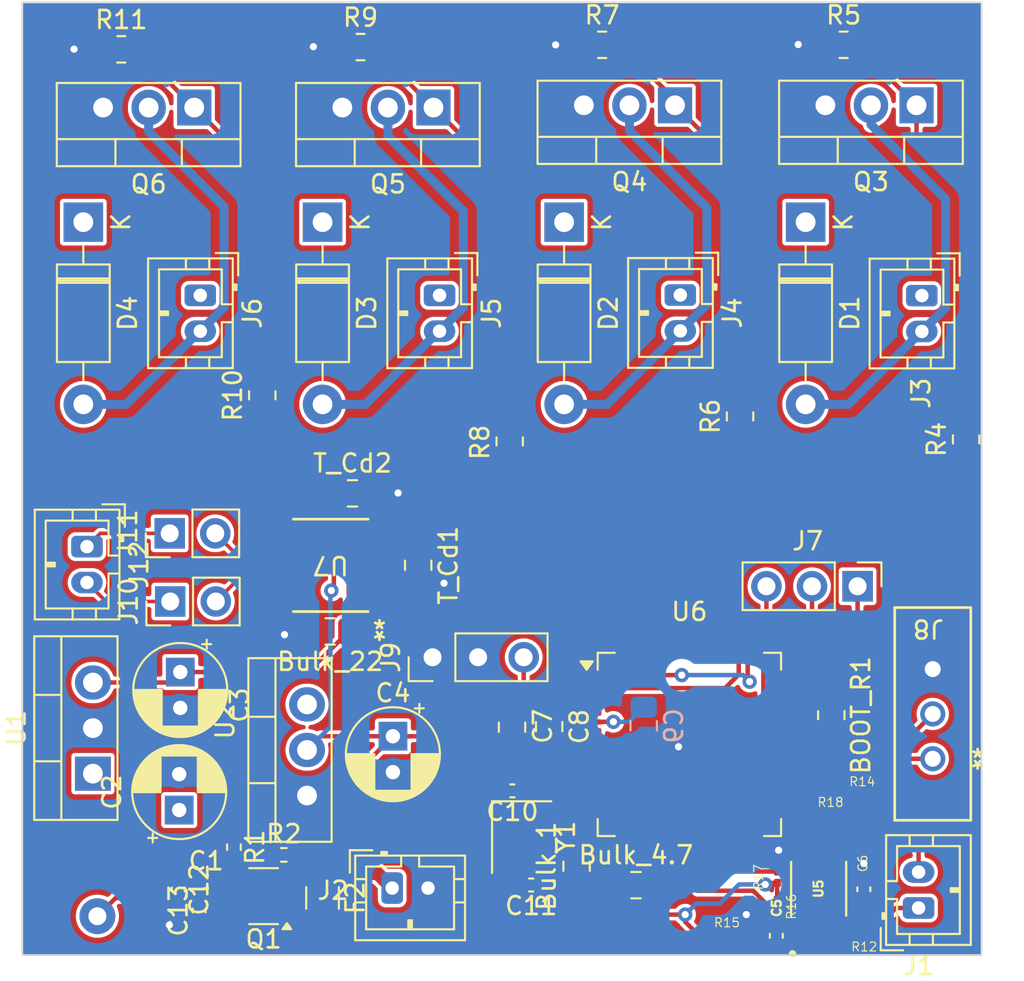
<source format=kicad_pcb>
(kicad_pcb (version 20241229) (generator "pcbnew") (generator_version "9.0")
  (layers (0 "F.Cu" signal) (4 "In1.Cu" signal) (6 "In2.Cu" signal) (2 "B.Cu" signal) (13 "F.Paste" user) (15 "B.Paste" user) (5 "F.SilkS" user "F.Silkscreen") (7 "B.SilkS" user "B.Silkscreen") (1 "F.Mask" user) (3 "B.Mask" user) (25 "Edge.Cuts" user))
  (net 0 "")
  (net 1 "GND")
  (net 2 "SLN1-")
  (net 3 "SLN2-")
  (net 4 "SLN3-")
  (net 5 "SLN4-")
  (net 6 "Net-(J8-Pin_2)")
  (net 7 "SDA")
  (net 8 "SCL")
  (net 9 "Net-(Q3-G)")
  (net 10 "Net-(Q4-G)")
  (net 11 "Net-(Q5-G)")
  (net 12 "Net-(Q6-G)")
  (net 13 "12V")
  (net 14 "S1CTRL")
  (net 15 "S2CTRL")
  (net 16 "S3CTRL")
  (net 17 "S4CTRL")
  (net 18 "RCC_OSC_IN")
  (net 21 "RCC_OSC_OUT")
  (net 26 "SCL_ext")
  (net 27 "SDA_ext")
  (net 28 "Net-(U5-EN)")
  (net 29 "Net-(U5-READY)")
  (net 30 "/SWCLK")
  (net 31 "VBAT")
  (net 32 "+12V_fuse")
  (net 33 "/SWDIO")
  (net 34 "/NRST")
  (net 53 "FDCAN_TX")
  (net 62 "USART1+")
  (net 64 "FDCAN_RX")
  (net 77 "USART1-")
  (net 78 "5V")
  (net 79 "CAN+")
  (net 80 "CAN-")
  (net 81 "3.3V")
  (net 82 "Net-(Q1-G)")
  (net 83 "Net-(Q1-S)")
  (footprint "Capacitor_SMD:C_0805_2012Metric_Pad1.18x1.45mm_HandSolder" (layer "F.Cu") (at 176.18 89.53 90)
    (property "Reference" "Bulk_1")
    (property "Value" "1uF")
  )
  (footprint "Crystal:Crystal_SMD_3225-4Pin_3.2x2.5mm" (layer "F.Cu") (at 173.1175 87.91 -90)
    (property "Reference" "Y1")
    (property "Value" "16Mhz")
  )
  (footprint "Connector_PinHeader_2.54mm:PinHeader_1x02_P2.54mm_Vertical" (layer "F.Cu") (at 153.5 70.97 90)
    (property "Reference" "J11")
    (property "Value" "Conn_01x02")
  )
  (footprint "Capacitor_SMD:C_0402_1005Metric" (layer "F.Cu") (at 155.14 92 90)
    (property "Reference" "C13")
    (property "Value" "4.7u")
  )
  (footprint "Package_QFP:LQFP-64_10x10mm_P0.5mm" (layer "F.Cu") (at 182.465 82.74)
    (property "Reference" "U6")
    (property "Value" "STM32G0B1RETx")
  )
  (footprint "Connector_JST:JST_PH_B2B-PH-K_1x02_P2.00mm_Vertical" (layer "F.Cu") (at 155.205 57.696 -90)
    (property "Reference" "J6")
    (property "Value" "2X1")
  )
  (footprint "Package_TO_SOT_THT:TO-220-3_Vertical" (layer "F.Cu") (at 149.22 84.37 90)
    (property "Reference" "U1")
    (property "Value" "L7805")
  )
  (footprint "Package_TO_SOT_THT:TO-220-3_Vertical" (layer "F.Cu") (at 154.867 47.226 180)
    (property "Reference" "Q6")
    (property "Value" "FQP30N06L")
  )
  (footprint "Capacitor_SMD:C_0201_0603Metric" (layer "F.Cu") (at 187.36 91.725 90)
    (property "Reference" "R16")
    (property "Value" "10k")
  )
  (footprint "Connector_JST:JST_PH_B2B-PH-K_1x02_P2.00mm_Vertical" (layer "F.Cu") (at 195.422 57.712 -90)
    (property "Reference" "J3")
    (property "Value" "2X1")
  )
  (footprint "Resistor_SMD:R_0805_2012Metric_Pad1.20x1.40mm_HandSolder" (layer "F.Cu") (at 164.138 43.853)
    (property "Reference" "R9")
    (property "Value" "10k")
  )
  (footprint "Capacitor_SMD:C_0402_1005Metric" (layer "F.Cu") (at 155.53 90.4)
    (property "Reference" "C1")
    (property "Value" "4.7u")
  )
  (footprint "Diode_THT:D_DO-41_SOD81_P10.16mm_Horizontal" (layer "F.Cu") (at 148.686 53.616 -90)
    (property "Reference" "D4")
    (property "Value" "1N47xxA")
  )
  (footprint "Capacitor_SMD:C_0805_2012Metric_Pad1.18x1.45mm_HandSolder" (layer "F.Cu") (at 162.4413 76.44 180)
    (property "Reference" "Bulk_22")
    (property "Value" "22uF")
  )
  (footprint "Capacitor_SMD:C_0805_2012Metric_Pad1.18x1.45mm_HandSolder" (layer "F.Cu") (at 179.49 90.59)
    (property "Reference" "Bulk_4.7")
    (property "Value" "4.7uF")
  )
  (footprint "Capacitor_THT:CP_Radial_D5.0mm_P2.00mm" (layer "F.Cu") (at 165.94 82.284888 -90)
    (property "Reference" "C4")
    (property "Value" "10u")
  )
  (footprint "Diode_THT:D_DO-41_SOD81_P10.16mm_Horizontal" (layer "F.Cu") (at 175.483 53.616 -90)
    (property "Reference" "D2")
    (property "Value" "1N47xxA")
  )
  (footprint "Connector_JST:JST_PH_B2B-PH-K_1x02_P2.00mm_Vertical" (layer "F.Cu") (at 148.89 71.71 -90)
    (property "Reference" "J12")
    (property "Value" "2X1")
  )
  (footprint "Connector_JST:JST_PH_B2B-PH-K_1x02_P2.00mm_Vertical" (layer "F.Cu") (at 165.9 90.75)
    (property "Reference" "J2")
    (property "Value" "2X1")
  )
  (footprint "Resistor_SMD:R_0805_2012Metric_Pad1.20x1.40mm_HandSolder" (layer "F.Cu") (at 150.803 43.98)
    (property "Reference" "R11")
    (property "Value" "10k")
  )
  (footprint "Diode_THT:D_DO-41_SOD81_P10.16mm_Horizontal" (layer "F.Cu") (at 188.945 53.616 -90)
    (property "Reference" "D1")
    (property "Value" "1N47xxA")
  )
  (footprint "Capacitor_SMD:C_0201_0603Metric" (layer "F.Cu") (at 192.1 85.87)
    (property "Reference" "R14")
    (property "Value" "10k")
  )
  (footprint "Capacitor_SMD:C_0402_1005Metric" (layer "F.Cu") (at 187.31 93.41 -90)
    (property "Reference" "C5")
    (property "Value" "0.1u")
  )
  (footprint "Connector_PinHeader_2.54mm:PinHeader_1x03_P2.54mm_Vertical" (layer "F.Cu") (at 168.15 77.88 90)
    (property "Reference" "J9")
    (property "Value" "Conn_01x03_Pin")
  )
  (footprint "Resistor_SMD:R_0805_2012Metric_Pad1.20x1.40mm_HandSolder" (layer "F.Cu") (at 190.375 81.11 -90)
    (property "Reference" "BOOT_R1")
    (property "Value" "10k")
  )
  (footprint "Capacitor_SMD:C_0201_0603Metric" (layer "F.Cu") (at 190.335 87.02)
    (property "Reference" "R18")
    (property "Value" "10k")
  )
  (footprint "Capacitor_SMD:C_0805_2012Metric_Pad1.18x1.45mm_HandSolder" (layer "F.Cu") (at 167.35 72.75 -90)
    (property "Reference" "T_Cd1")
    (property "Value" "100nF")
  )
  (footprint "Resistor_SMD:R_0805_2012Metric_Pad1.20x1.40mm_HandSolder" (layer "F.Cu") (at 177.6 43.726)
    (property "Reference" "R7")
    (property "Value" "10k")
  )
  (footprint "Package_TO_SOT_THT:TO-220-3_Vertical" (layer "F.Cu") (at 195.126 47.099 180)
    (property "Reference" "Q3")
    (property "Value" "FQP30N06L")
  )
  (footprint "Capacitor_SMD:C_0201_0603Metric" (layer "F.Cu") (at 184.56 93.73)
    (property "Reference" "R15")
    (property "Value" "10k")
  )
  (footprint "Capacitor_SMD:C_0402_1005Metric" (layer "F.Cu") (at 192.19 90.82 -90)
    (property "Reference" "C6")
    (property "Value" "0.1u")
  )
  (footprint "Capacitor_SMD:C_0201_0603Metric" (layer "F.Cu") (at 187.37 90.145 90)
    (property "Reference" "R17")
    (property "Value" "10k")
  )
  (footprint "Connector_JST:JST_PH_B2B-PH-K_1x02_P2.00mm_Vertical" (layer "F.Cu") (at 195.24 91.86 90)
    (property "Reference" "J1")
    (property "Value" "2X1")
  )
  (footprint "Connector_PinHeader_2.54mm:PinHeader_1x03_P2.54mm_Vertical" (layer "F.Cu") (at 191.84 73.92 -90)
    (property "Reference" "J7")
    (property "Value" "Conn_01x03_Pin")
  )
  (footprint "Capacitor_SMD:C_0402_1005Metric_Pad0.74x0.62mm_HandSolder" (layer "F.Cu") (at 173.6475 90.58 180)
    (property "Reference" "C11")
    (property "Value" "10pF")
  )
  (footprint "Capacitor_SMD:C_0805_2012Metric_Pad1.18x1.45mm_HandSolder" (layer "F.Cu") (at 174.65 81.75 -90)
    (property "Reference" "C8")
    (property "Value" "100nF")
  )
  (footprint "Capacitor_SMD:C_0805_2012Metric_Pad1.18x1.45mm_HandSolder" (layer "F.Cu") (at 163.6875 68.74)
    (property "Reference" "T_Cd2")
    (property "Value" "100nF")
  )
  (footprint "Resistor_SMD:R_0805_2012Metric_Pad1.20x1.40mm_HandSolder" (layer "F.Cu") (at 197.89 65.73 90)
    (property "Reference" "R4")
    (property "Value" "330")
  )
  (footprint "Capacitor_THT:CP_Radial_D5.0mm_P2.00mm" (layer "F.Cu") (at 154.03 86.4 90)
    (property "Reference" "C2")
    (property "Value" "10u")
  )
  (footprint "Capacitor_SMD:C_0201_0603Metric" (layer "F.Cu") (at 192.25 93.27 180)
    (property "Reference" "R12")
    (property "Value" "10k")
  )
  (footprint "custom_components:SOIC8_4P9X3P9MC_MCH" (layer "F.Cu") (at 162.4738 72.755 180)
    (property "Reference" "U7")
    (property "Value" "ATA6561-GAQW-N")
  )
  (footprint "Connector_PinHeader_2.54mm:PinHeader_1x02_P2.54mm_Vertical" (layer "F.Cu") (at 153.53 74.77 90)
    (property "Reference" "J10")
    (property "Value" "Conn_01x02")
  )
  (footprint "Package_TO_SOT_THT:TO-220-3_Vertical" (layer "F.Cu") (at 168.202 47.226 180)
    (property "Reference" "Q5")
    (property "Value" "FQP30N06L")
  )
  (footprint "Diode_THT:D_DO-41_SOD81_P10.16mm_Horizontal" (layer "F.Cu") (at 162.021 53.616 -90)
    (property "Reference" "D3")
    (property "Value" "1N47xxA")
  )
  (footprint "Fuse:Fuse_1206_3216Metric" (layer "F.Cu") (at 162.02 91.3 -90)
    (property "Reference" "F2")
    (property "Value" "10A")
  )
  (footprint "Package_TO_SOT_SMD:SOT-23-3" (layer "F.Cu") (at 158.7325 91.2 180)
    (property "Reference" "Q1")
    (property "Value" "NTR0202PLT1G OR Si2347DS")
  )
  (footprint "Resistor_SMD:R_0402_1005Metric" (layer "F.Cu") (at 159.86 88.9)
    (property "Reference" "R2")
    (property "Value" "100")
  )
  (footprint "Connector_JST:JST_PH_B2B-PH-K_1x02_P2.00mm_Vertical" (layer "F.Cu") (at 181.96 57.68 -90)
    (property "Reference" "J4")
    (property "Value" "2X1")
  )
  (footprint "Resistor_SMD:R_0805_2012Metric_Pad1.20x1.40mm_HandSolder" (layer "F.Cu") (at 172.45 65.84 90)
    (property "Reference" "R8")
    (property "Value" "330")
  )
  (footprint "Resistor_SMD:R_0805_2012Metric_Pad1.20x1.40mm_HandSolder" (layer "F.Cu") (at 158.66 63.27 90)
    (property "Reference" "R10")
    (property "Value" "330")
  )
  (footprint "Capacitor_SMD:C_0402_1005Metric_Pad0.74x0.62mm_HandSolder" (layer "F.Cu") (at 172.6 85.33 180)
    (property "Reference" "C10")
    (property "Value" "10pF")
  )
  (footprint "TCA4307:SOP65P490X110-8N" (layer "F.Cu") (at 189.67 90.79 90)
    (property "Reference" "U5")
    (property "Value" "TCA4307")
  )
  (footprint "Capacitor_SMD:C_0805_2012Metric_Pad1.18x1.45mm_HandSolder" (layer "F.Cu") (at 172.58 81.785 -90)
    (property "Reference" "C7")
    (property "Value" "100nF")
  )
  (footprint "Connector_JST:JST_PH_B2B-PH-K_1x02_P2.00mm_Vertical" (layer "F.Cu") (at 168.54 57.696 -90)
    (property "Reference" "J5")
    (property "Value" "2X1")
  )
  (footprint "Resistor_SMD:R_0402_1005Metric" (layer "F.Cu") (at 157.08 88.47 -90)
    (property "Reference" "R1")
    (property "Value" "47k")
  )
  (footprint "Capacitor_THT:CP_Radial_D5.0mm_P2.00mm" (layer "F.Cu") (at 154.09 78.704888 -90)
    (property "Reference" "C3")
    (property "Value" "10u")
  )
  (footprint "Resistor_SMD:R_0805_2012Metric_Pad1.20x1.40mm_HandSolder" (layer "F.Cu") (at 191.062 43.726)
    (property "Reference" "R5")
    (property "Value" "10k")
  )
  (footprint "Package_TO_SOT_THT:TO-220-3_Vertical" (layer "F.Cu") (at 181.664 47.099 180)
    (property "Reference" "Q4")
    (property "Value" "FQP30N06L")
  )
  (footprint "Capacitor_SMD:C_0402_1005Metric" (layer "F.Cu") (at 153.98 90.83 -90)
    (property "Reference" "C12")
    (property "Value" "4.7u")
  )
  (footprint "custom_components:slide_switch_EGER1218_Thruster" (layer "F.Cu") (at 196.03 83.54 180)
    (property "Reference" "J8")
    (property "Value" "Conn_01x03")
  )
  (footprint "Resistor_SMD:R_0805_2012Metric_Pad1.20x1.40mm_HandSolder" (layer "F.Cu") (at 185.29 64.45 90)
    (property "Reference" "R6")
    (property "Value" "330")
  )
  (footprint "Package_TO_SOT_THT:TO-220-3_Vertical" (layer "F.Cu") (at 161.155 85.59 90)
    (property "Reference" "U2")
    (property "Value" "LD1117V33")
  )
  (footprint "Capacitor_SMD:C_0805_2012Metric_Pad1.18x1.45mm_HandSolder" (layer "B.Cu") (at 179.92 81.7 90)
    (property "Reference" "C9")
    (property "Value" "100nF")
  )
  (gr_rect (start 145.283113 41.359887) (end 198.750113 94.484887) (stroke (width 0.1)) (fill no) (layer "Edge.Cuts"))
  (segment (start 165.94 84.284888) (end 170.377388 84.284888) (width 0.25) (layer "F.Cu") (net 1))
  (segment (start 186.61 92.23) (end 185.64 92.23) (width 0.25) (layer "F.Cu") (net 1))
  (segment (start 174.615 82.8225) (end 174.65 82.7875) (width 0.25) (layer "F.Cu") (net 1))
  (segment (start 176.6 43.726) (end 176.584 43.742) (width 0.25) (layer "F.Cu") (net 1))
  (segment (start 165.94 84.284888) (end 170.665112 89.01) (width 0.25) (layer "F.Cu") (net 1))
  (segment (start 160.01 75.0462) (end 161.4038 76.44) (width 0.25) (layer "F.Cu") (net 1))
  (segment (start 168.7525 73.7875) (end 168.79 73.75) (width 0.25) (layer "F.Cu") (net 1))
  (segment (start 172.2675 88.91) (end 173.9675 87.21) (width 0.25) (layer "F.Cu") (net 1))
  (segment (start 173.716 91.216) (end 173.08 90.58) (width 0.25) (layer "F.Cu") (net 1))
  (segment (start 190.046 43.742) (end 190.046 47.099) (width 0.25) (layer "F.Cu") (net 1))
  (segment (start 176.18 90.5675) (end 175.5315 91.216) (width 0.25) (layer "F.Cu") (net 1))
  (segment (start 170.665112 89.01) (end 172.2675 89.01) (width 0.25) (layer "F.Cu") (net 1))
  (segment (start 192.19 89.38) (end 192.19 90.34) (width 0.25) (layer "F.Cu") (net 1))
  (segment (start 188.546 43.726) (end 188.53 43.71) (width 0.25) (layer "F.Cu") (net 1))
  (segment (start 163.138 43.853) (end 163.122 43.869) (width 0.25) (layer "F.Cu") (net 1))
  (segment (start 172.2675 89.7675) (end 172.2675 89.01) (width 0.25) (layer "F.Cu") (net 1))
  (segment (start 163.138 43.853) (end 161.533 43.853) (width 0.25) (layer "F.Cu") (net 1))
  (segment (start 174.65 82.7875) (end 174.8525 82.99) (width 0.25) (layer "F.Cu") (net 1))
  (segment (start 159.35 88.9) (end 159.35 87.395) (width 0.25) (layer "F.Cu") (net 1))
  (segment (start 161.4038 76.44) (end 160.08 76.44) (width 0.25) (layer "F.Cu") (net 1))
  (segment (start 173.9675 87.21) (end 173.9675 86.81) (width 0.25) (layer "F.Cu") (net 1))
  (segment (start 166.21 68.74) (end 166.23 68.72) (width 0.25) (layer "F.Cu") (net 1))
  (segment (start 160.01 74.66) (end 160.01 75.0462) (width 0.25) (layer "F.Cu") (net 1))
  (segment (start 176.6 43.726) (end 175.014 43.726) (width 0.25) (layer "F.Cu") (net 1))
  (segment (start 149.787 43.996) (end 149.787 47.226) (width 0.25) (layer "F.Cu") (net 1))
  (segment (start 174.8525 82.99) (end 176.79 82.99) (width 0.25) (layer "F.Cu") (net 1))
  (segment (start 149.803 43.98) (end 148.18 43.98) (width 0.25) (layer "F.Cu") (net 1))
  (segment (start 175.5315 91.216) (end 173.716 91.216) (width 0.25) (layer "F.Cu") (net 1))
  (segment (start 155.14 92.48) (end 153.81 92.48) (width 0.25) (layer "F.Cu") (net 1))
  (segment (start 166.9525 73.39) (end 167.35 73.7875) (width 0.25) (layer "F.Cu") (net 1))
  (segment (start 172.2675 89.01) (end 172.2675 88.91) (width 0.25) (layer "F.Cu") (net 1))
  (segment (start 190.062 43.726) (end 188.546 43.726) (width 0.25) (layer "F.Cu") (net 1))
  (segment (start 165.94 84.284888) (end 171.117612 84.284888) (width 0.25) (layer "F.Cu") (net 1))
  (segment (start 174.45 82.9875) (end 174.65 82.7875) (width 0.25) (layer "F.Cu") (net 1))
  (segment (start 161.533 43.853) (end 161.51 43.83) (width 0.25) (layer "F.Cu") (net 1))
  (segment (start 167.35 73.7875) (end 168.7525 73.7875) (width 0.25) (layer "F.Cu") (net 1))
  (segment (start 172.58 82.8225) (end 174.615 82.8225) (width 0.25) (layer "F.Cu") (net 1))
  (segment (start 153.81 92.48) (end 153.48 92.81) (width 0.25) (layer "F.Cu") (net 1))
  (segment (start 163.122 43.869) (end 163.122 47.226) (width 0.25) (layer "F.Cu") (net 1))
  (segment (start 187.44 88.64) (end 188.695 88.64) (width 0.25) (layer "F.Cu") (net 1))
  (segment (start 171.117612 84.284888) (end 172.58 82.8225) (width 0.25) (layer "F.Cu") (net 1))
  (segment (start 159.35 87.395) (end 161.155 85.59) (width 0.25) (layer "F.Cu") (net 1))
  (segment (start 187.31 92.93) (end 186.61 92.23) (width 0.25) (layer "F.Cu") (net 1))
  (segment (start 175.014 43.726) (end 175.01 43.73) (width 0.25) (layer "F.Cu") (net 1))
  (segment (start 190.062 43.726) (end 190.046 43.742) (width 0.25) (layer "F.Cu") (net 1))
  (segment (start 149.803 43.98) (end 149.787 43.996) (width 0.25) (layer "F.Cu") (net 1))
  (segment (start 173.08 90.58) (end 172.2675 89.7675) (width 0.25) (layer "F.Cu") (net 1))
  (segment (start 164.9376 73.39) (end 166.9525 73.39) (width 0.25) (layer "F.Cu") (net 1))
  (segment (start 160.08 76.44) (end 159.9 76.62) (width 0.25) (layer "F.Cu") (net 1))
  (segment (start 148.18 43.98) (end 148.17 43.97) (width 0.25) (layer "F.Cu") (net 1))
  (segment (start 164.725 68.74) (end 166.21 68.74) (width 0.25) (layer "F.Cu") (net 1))
  (segment (start 176.584 43.742) (end 176.584 47.099) (width 0.25) (layer "F.Cu") (net 1))
  (via (at 192.19 89.38) (size 0.8) (drill 0.4) (layers "F.Cu" "B.Cu") (net 1))
  (via (at 185.64 92.23) (size 0.8) (drill 0.4) (layers "F.Cu" "B.Cu") (net 1))
  (via (at 188.53 43.71) (size 0.8) (drill 0.4) (layers "F.Cu" "B.Cu") (net 1))
  (via (at 175.01 43.73) (size 0.8) (drill 0.4) (layers "F.Cu" "B.Cu") (net 1))
  (via (at 168.79 73.75) (size 0.8) (drill 0.4) (layers "F.Cu" "B.Cu") (net 1))
  (via (at 159.9 76.62) (size 0.8) (drill 0.4) (layers "F.Cu" "B.Cu") (net 1))
  (via (at 153.48 92.81) (size 0.8) (drill 0.4) (layers "F.Cu" "B.Cu") (net 1))
  (via (at 187.44 88.64) (size 0.8) (drill 0.4) (layers "F.Cu" "B.Cu") (net 1))
  (via (at 166.23 68.72) (size 0.8) (drill 0.4) (layers "F.Cu" "B.Cu") (net 1))
  (via (at 161.51 43.83) (size 0.8) (drill 0.4) (layers "F.Cu" "B.Cu") (net 1))
  (via (at 181.86 82.87) (size 0.8) (drill 0.4) (layers "F.Cu" "B.Cu") (net 1))
  (via (at 148.17 43.97) (size 0.8) (drill 0.4) (layers "F.Cu" "B.Cu") (net 1))
  (segment (start 180.0525 82.87) (end 179.92 82.7375) (width 0.25) (layer "B.Cu") (net 1))
  (segment (start 163.952113 84.920887) (end 163.825113 84.793887) (width 0.25) (layer "B.Cu") (net 1))
  (segment (start 179.6975 82.96) (end 179.92 82.7375) (width 0.25) (layer "B.Cu") (net 1))
  (segment (start 181.86 82.87) (end 180.0525 82.87) (width 0.25) (layer "B.Cu") (net 1))
  (segment (start 163.825113 84.793887) (end 163.825113 84.793887) (width 0.25) (layer "B.Cu") (net 1))
  (segment (start 195.422 59.712) (end 195.396 59.712) (width 0.5) (layer "F.Cu") (net 2))
  (segment (start 192.586 47.099) (end 192.586 48.171) (width 0.5) (layer "F.Cu") (net 2))
  (segment (start 191.332 63.776) (end 188.945 63.776) (width 0.5) (layer "B.Cu") (net 2))
  (segment (start 196.747 52.332) (end 196.747 58.387) (width 0.5) (layer "B.Cu") (net 2))
  (segment (start 195.396 59.712) (end 191.332 63.776) (width 0.5) (layer "B.Cu") (net 2))
  (segment (start 192.586 48.171) (end 196.747 52.332) (width 0.5) (layer "B.Cu") (net 2))
  (segment (start 196.747 58.387) (end 195.422 59.712) (width 0.5) (layer "B.Cu") (net 2))
  (segment (start 181.96 59.68) (end 181.96 59.686) (width 0.5) (layer "F.Cu") (net 3))
  (segment (start 183.442 58.198) (end 181.96 59.68) (width 0.5) (layer "B.Cu") (net 3))
  (segment (start 177.87 63.776) (end 175.483 63.776) (width 0.5) (layer "B.Cu") (net 3))
  (segment (start 183.442 52.822) (end 183.442 58.198) (width 0.5) (layer "B.Cu") (net 3))
  (segment (start 179.124 48.504) (end 183.442 52.822) (width 0.5) (layer "B.Cu") (net 3))
  (segment (start 181.96 59.686) (end 177.87 63.776) (width 0.5) (layer "B.Cu") (net 3))
  (segment (start 182.393113 59.520887) (end 182.409113 59.504887) (width 0.5) (layer "B.Cu") (net 3))
  (segment (start 179.124 47.099) (end 179.124 48.504) (width 0.5) (layer "B.Cu") (net 3))
  (segment (start 182.409113 59.504887) (end 182.441113 59.536887) (width 0.5) (layer "B.Cu") (net 3))
  (segment (start 168.54 59.696) (end 168.488 59.696) (width 0.5) (layer "F.Cu") (net 4))
  (segment (start 169.865 53.009) (end 169.865 58.371) (width 0.5) (layer "B.Cu") (net 4))
  (segment (start 169.865 58.371) (end 168.54 59.696) (width 0.5) (layer "B.Cu") (net 4))
  (segment (start 164.408 63.776) (end 162.021 63.776) (width 0.5) (layer "B.Cu") (net 4))
  (segment (start 165.662 47.226) (end 165.662 48.806) (width 0.5) (layer "B.Cu") (net 4))
  (segment (start 168.488 59.696) (end 164.408 63.776) (width 0.5) (layer "B.Cu") (net 4))
  (segment (start 165.662 48.806) (end 169.865 53.009) (width 0.5) (layer "B.Cu") (net 4))
  (segment (start 155.205 59.696) (end 155.153 59.696) (width 0.5) (layer "F.Cu") (net 5))
  (segment (start 151.073 63.776) (end 148.686 63.776) (width 0.5) (layer "B.Cu") (net 5))
  (segment (start 156.53 52.755) (end 156.53 58.371) (width 0.5) (layer "B.Cu") (net 5))
  (segment (start 152.327 47.226) (end 152.327 48.552) (width 0.5) (layer "B.Cu") (net 5))
  (segment (start 156.53 58.371) (end 155.205 59.696) (width 0.5) (layer "B.Cu") (net 5))
  (segment (start 152.327 48.552) (end 156.53 52.755) (width 0.5) (layer "B.Cu") (net 5))
  (segment (start 155.153 59.696) (end 151.073 63.776) (width 0.5) (layer "B.Cu") (net 5))
  (segment (start 190.375 82.11) (end 194.96 82.11) (width 0.25) (layer "F.Cu") (net 6))
  (segment (start 194.96 82.11) (end 196.03 81.04) (width 0.25) (layer "F.Cu") (net 6))
  (segment (start 187.555226 92.045) (end 187.36 92.045) (width 0.25) (layer "F.Cu") (net 7))
  (segment (start 186.019774 90.9) (end 182.92219 90.9) (width 0.25) (layer "F.Cu") (net 7))
  (segment (start 187.164774 92.045) (end 186.019774 90.9) (width 0.25) (layer "F.Cu") (net 7))
  (segment (start 189.345 92.16736) (end 188.96764 91.79) (width 0.25) (layer "F.Cu") (net 7))
  (segment (start 182.92219 90.9) (end 181.715 89.69281) (width 0.25) (layer "F.Cu") (net 7))
  (segment (start 181.715 89.69281) (end 181.715 88.415) (width 0.25) (layer "F.Cu") (net 7))
  (segment (start 188.96764 91.79) (end 187.810226 91.79) (width 0.25) (layer "F.Cu") (net 7))
  (segment (start 187.810226 91.79) (end 187.555226 92.045) (width 0.25) (layer "F.Cu") (net 7))
  (segment (start 189.345 92.94) (end 189.345 92.16736) (width 0.25) (layer "F.Cu") (net 7))
  (segment (start 187.36 92.045) (end 187.164774 92.045) (width 0.25) (layer "F.Cu") (net 7))
  (segment (start 182.65 89.825) (end 182.215 89.39) (width 0.25) (layer "F.Cu") (net 8))
  (segment (start 182.215 89.39) (end 182.215 88.415) (width 0.25) (layer "F.Cu") (net 8))
  (segment (start 189.345 88.64) (end 189.345 89.41264) (width 0.25) (layer "F.Cu") (net 8))
  (segment (start 187.37 89.825) (end 182.65 89.825) (width 0.25) (layer "F.Cu") (net 8))
  (segment (start 188.93264 89.825) (end 187.37 89.825) (width 0.25) (layer "F.Cu") (net 8))
  (segment (start 189.345 89.41264) (end 188.93264 89.825) (width 0.25) (layer "F.Cu") (net 8))
  (segment (start 192.062 44.035) (end 195.126 47.099) (width 0.25) (layer "F.Cu") (net 9))
  (segment (start 197.89 63.61) (end 197.9 63.6) (width 0.25) (layer "F.Cu") (net 9))
  (segment (start 197.9 51.5) (end 195.126 48.726) (width 0.25) (layer "F.Cu") (net 9))
  (segment (start 197.89 64.73) (end 197.89 63.61) (width 0.25) (layer "F.Cu") (net 9))
  (segment (start 197.9 63.6) (end 197.9 51.5) (width 0.25) (layer "F.Cu") (net 9))
  (segment (start 192.062 43.726) (end 192.062 44.035) (width 0.25) (layer "F.Cu") (net 9))
  (segment (start 195.126 48.726) (end 195.126 47.099) (width 0.25) (layer "F.Cu") (net 9))
  (segment (start 185.29 50.725) (end 185.29 63.45) (width 0.25) (layer "F.Cu") (net 10))
  (segment (start 178.6 43.726) (end 181.664 46.79) (width 0.25) (layer "F.Cu") (net 10))
  (segment (start 181.664 46.79) (end 181.664 47.099) (width 0.25) (layer "F.Cu") (net 10))
  (segment (start 181.664 47.099) (end 185.29 50.725) (width 0.25) (layer "F.Cu") (net 10))
  (segment (start 165.138 44.162) (end 168.202 47.226) (width 0.25) (layer "F.Cu") (net 11))
  (segment (start 172.45 51.474) (end 168.202 47.226) (width 0.25) (layer "F.Cu") (net 11))
  (segment (start 165.138 43.853) (end 165.138 44.162) (width 0.25) (layer "F.Cu") (net 11))
  (segment (start 172.45 64.84) (end 172.45 51.474) (width 0.25) (layer "F.Cu") (net 11))
  (segment (start 158.66 62.27) (end 158.66 51.019) (width 0.25) (layer "F.Cu") (net 12))
  (segment (start 151.803 43.98) (end 151.803 44.162) (width 0.25) (layer "F.Cu") (net 12))
  (segment (start 151.803 44.162) (end 154.867 47.226) (width 0.25) (layer "F.Cu") (net 12))
  (segment (start 158.66 51.019) (end 154.867 47.226) (width 0.25) (layer "F.Cu") (net 12))
  (segment (start 155.494 91.874) (end 155.14 91.52) (width 0.25) (layer "F.Cu") (net 13))
  (segment (start 150.48 91.31) (end 149.47 92.32) (width 0.25) (layer "F.Cu") (net 13))
  (segment (start 154.19 91.52) (end 153.98 91.31) (width 0.25) (layer "F.Cu") (net 13))
  (segment (start 159.594 91.874) (end 155.494 91.874) (width 0.25) (layer "F.Cu") (net 13))
  (segment (start 159.87 92.15) (end 159.594 91.874) (width 0.25) (layer "F.Cu") (net 13))
  (segment (start 155.14 91.52) (end 154.19 91.52) (width 0.25) (layer "F.Cu") (net 13))
  (segment (start 149.47 92.32) (end 149.57 92.42) (width 0.25) (layer "F.Cu") (net 13))
  (segment (start 153.98 91.31) (end 150.48 91.31) (width 0.25) (layer "F.Cu") (net 13))
  (via (at 149.47 92.32) (size 2) (drill 1) (layers "F.Cu" "B.Cu") (net 13))
  (segment (start 184.715 71.535) (end 189.58 66.67) (width 0.25) (layer "F.Cu") (net 14))
  (segment (start 189.58 66.67) (end 194.01 66.73) (width 0.25) (layer "F.Cu") (net 14))
  (segment (start 194.01 66.73) (end 197.89 66.73) (width 0.25) (layer "F.Cu") (net 14))
  (segment (start 184.715 77.065) (end 184.715 71.535) (width 0.25) (layer "F.Cu") (net 14))
  (segment (start 183.715 77.065) (end 183.715 67.025) (width 0.25) (layer "F.Cu") (net 15))
  (segment (start 183.715 67.025) (end 185.29 65.45) (width 0.25) (layer "F.Cu") (net 15))
  (segment (start 172.45 66.84) (end 180.215 74.605) (width 0.25) (layer "F.Cu") (net 16))
  (segment (start 180.215 74.605) (end 180.215 77.065) (width 0.25) (layer "F.Cu") (net 16))
  (segment (start 158.66 64.27) (end 160.72 66.33) (width 0.25) (layer "F.Cu") (net 17))
  (segment (start 168.02 66.33) (end 178.739 77.049) (width 0.25) (layer "F.Cu") (net 17))
  (segment (start 178.739 77.049) (end 178.739 77.2) (width 0.25) (layer "F.Cu") (net 17))
  (segment (start 160.72 66.33) (end 160.85 66.33) (width 0.25) (layer "F.Cu") (net 17))
  (segment (start 160.85 66.33) (end 168.02 66.33) (width 0.25) (layer "F.Cu") (net 17))
  (segment (start 174.7 85.33) (end 173.1675 85.33) (width 0.25) (layer "F.Cu") (net 18))
  (segment (start 174.94 85.09) (end 174.7 85.33) (width 0.25) (layer "F.Cu") (net 18))
  (segment (start 172.2675 86.81) (end 172.2675 86.23) (width 0.25) (layer "F.Cu") (net 18))
  (segment (start 172.2675 86.23) (end 173.1675 85.33) (width 0.25) (layer "F.Cu") (net 18))
  (segment (start 174.94 84.358012) (end 174.94 85.09) (width 0.25) (layer "F.Cu") (net 18))
  (segment (start 176.79 83.49) (end 175.808012 83.49) (width 0.25) (layer "F.Cu") (net 18))
  (segment (start 175.808012 83.49) (end 174.94 84.358012) (width 0.25) (layer "F.Cu") (net 18))
  (segment (start 175.11 90.14) (end 174.67 90.58) (width 0.25) (layer "F.Cu") (net 21))
  (segment (start 175.12 90.14) (end 175.11 90.14) (width 0.25) (layer "F.Cu") (net 21))
  (segment (start 174.215 90.58) (end 174.215 90.425) (width 0.25) (layer "F.Cu") (net 21))
  (segment (start 175.945822 83.99) (end 175.51 84.425822) (width 0.25) (layer "F.Cu") (net 21))
  (segment (start 174.215 90.58) (end 174.215 89.2575) (width 0.25) (layer "F.Cu") (net 21))
  (segment (start 174.215 89.2575) (end 173.9675 89.01) (width 0.25) (layer "F.Cu") (net 21))
  (segment (start 175.12 87.71) (end 175.12 90.14) (width 0.25) (layer "F.Cu") (net 21))
  (segment (start 175.51 84.425822) (end 175.51 87.32) (width 0.25) (layer "F.Cu") (net 21))
  (segment (start 176.79 83.99) (end 175.945822 83.99) (width 0.25) (layer "F.Cu") (net 21))
  (segment (start 174.67 90.58) (end 174.215 90.58) (width 0.25) (layer "F.Cu") (net 21))
  (segment (start 175.51 87.32) (end 175.12 87.71) (width 0.25) (layer "F.Cu") (net 21))
  (segment (start 192.42 88.005001) (end 192.42 85.87) (width 0.25) (layer "F.Cu") (net 26))
  (segment (start 195.24 88.69) (end 192.42 85.87) (width 0.25) (layer "F.Cu") (net 26))
  (segment (start 190.98764 89.72) (end 190.30236 89.72) (width 0.25) (layer "F.Cu") (net 26))
  (segment (start 190.30236 89.72) (end 189.995 89.41264) (width 0.25) (layer "F.Cu") (net 26))
  (segment (start 191.211 89.214001) (end 191.211 89.49664) (width 0.25) (layer "F.Cu") (net 26))
  (segment (start 191.211 89.214001) (end 192.42 88.005001) (width 0.25) (layer "F.Cu") (net 26))
  (segment (start 191.211 89.49664) (end 190.98764 89.72) (width 0.25) (layer "F.Cu") (net 26))
  (segment (start 189.995 89.41264) (end 189.995 88.64) (width 0.25) (layer "F.Cu") (net 26))
  (segment (start 195.24 89.86) (end 195.24 88.69) (width 0.25) (layer "F.Cu") (net 26))
  (segment (start 189.995 88.64) (end 189.995 87.86736) (width 0.25) (layer "F.Cu") (net 26))
  (segment (start 194.97 91.91) (end 195.03 91.85) (width 0.25) (layer "F.Cu") (net 27))
  (segment (start 193.98 91.86) (end 192.57 93.27) (width 0.25) (layer "F.Cu") (net 27))
  (segment (start 192.038999 94.001) (end 190.28336 94.001) (width 0.25) (layer "F.Cu") (net 27))
  (segment (start 195.24 91.86) (end 193.98 91.86) (width 0.25) (layer "F.Cu") (net 27))
  (segment (start 192.57 93.469999) (end 192.038999 94.001) (width 0.25) (layer "F.Cu") (net 27))
  (segment (start 192.57 93.27) (end 192.57 93.469999) (width 0.25) (layer "F.Cu") (net 27))
  (segment (start 190.28336 94.001) (end 189.995 93.71264) (width 0.25) (layer "F.Cu") (net 27))
  (segment (start 189.995 93.71264) (end 189.995 92.94) (width 0.25) (layer "F.Cu") (net 27))
  (segment (start 187.31 93.89) (end 186.03 93.89) (width 0.25) (layer "F.Cu") (net 28))
  (segment (start 187.31 93.89) (end 187.745 93.89) (width 0.25) (layer "F.Cu") (net 28))
  (segment (start 187.745 93.89) (end 188.695 92.94) (width 0.25) (layer "F.Cu") (net 28))
  (segment (start 186.03 93.89) (end 185.87 93.73) (width 0.25) (layer "F.Cu") (net 28))
  (segment (start 185.87 93.73) (end 184.88 93.73) (width 0.25) (layer "F.Cu") (net 28))
  (segment (start 190.655 88.63) (end 190.645 88.64) (width 0.25) (layer "F.Cu") (net 29))
  (segment (start 190.655 87.02) (end 190.655 88.63) (width 0.25) (layer "F.Cu") (net 29))
  (segment (start 191.84 73.92) (end 191.84 78.645) (width 0.25) (layer "F.Cu") (net 30))
  (segment (start 190.255 79.99) (end 188.14 79.99) (width 0.25) (layer "F.Cu") (net 30))
  (segment (start 190.375 80.11) (end 190.255 79.99) (width 0.25) (layer "F.Cu") (net 30))
  (segment (start 191.84 78.645) (end 190.375 80.11) (width 0.25) (layer "F.Cu") (net 30))
  (segment (start 178.23 81.48) (end 177.644178 81.48) (width 0.25) (layer "F.Cu") (net 31))
  (segment (start 177.634178 81.49) (end 176.79 81.49) (width 0.25) (layer "F.Cu") (net 31))
  (segment (start 177.644178 81.48) (end 177.634178 81.49) (width 0.25) (layer "F.Cu") (net 31))
  (via (at 178.23 81.48) (size 0.8) (drill 0.4) (layers "F.Cu" "B.Cu") (net 31))
  (segment (start 179.945 80.34) (end 179.95 80.335) (width 0.25) (layer "B.Cu") (net 31))
  (segment (start 179.1025 81.48) (end 179.92 80.6625) (width 0.25) (layer "B.Cu") (net 31))
  (segment (start 178.23 81.48) (end 179.1025 81.48) (width 0.25) (layer "B.Cu") (net 31))
  (segment (start 165.9 90.75) (end 165.08 89.93) (width 0.75) (layer "F.Cu") (net 32))
  (segment (start 165.08 89.93) (end 162.14 89.93) (width 0.75) (layer "F.Cu") (net 32))
  (segment (start 187.039 78.291) (end 187.039 80.233178) (width 0.25) (layer "F.Cu") (net 33))
  (segment (start 189.3 73.92) (end 189.3 76.03) (width 0.25) (layer "F.Cu") (net 33))
  (segment (start 189.3 76.03) (end 187.039 78.291) (width 0.25) (layer "F.Cu") (net 33))
  (segment (start 187.039 80.233178) (end 187.295822 80.49) (width 0.25) (layer "F.Cu") (net 33))
  (segment (start 187.295822 80.49) (end 188.14 80.49) (width 0.25) (layer "F.Cu") (net 33))
  (segment (start 186.588 78.10419) (end 186.588 78.47781) (width 0.25) (layer "F.Cu") (net 34))
  (segment (start 186.588 80.046368) (end 186.588 80.352) (width 0.25) (layer "F.Cu") (net 34))
  (segment (start 186.76 73.92) (end 186.76 77.93219) (width 0.25) (layer "F.Cu") (net 34))
  (segment (start 182.45 84.49) (end 176.79 84.49) (width 0.25) (layer "F.Cu") (net 34))
  (segment (start 186.76 77.93219) (end 186.588 78.10419) (width 0.25) (layer "F.Cu") (net 34))
  (segment (start 186.588 80.352) (end 182.45 84.49) (width 0.25) (layer "F.Cu") (net 34))
  (segment (start 186.588 78.47781) (end 186.588 80.046368) (width 0.25) (layer "F.Cu") (net 34))
  (segment (start 164.9376 74.66) (end 166.4876 76.21) (width 0.25) (layer "F.Cu") (net 53))
  (segment (start 166.4876 76.21) (end 175.36 76.21) (width 0.25) (layer "F.Cu") (net 53))
  (segment (start 185.215 78.845) (end 185.215 77.065) (width 0.25) (layer "F.Cu") (net 53))
  (segment (start 178.75 79.6) (end 184.46 79.6) (width 0.25) (layer "F.Cu") (net 53))
  (segment (start 184.46 79.6) (end 185.215 78.845) (width 0.25) (layer "F.Cu") (net 53))
  (segment (start 175.36 76.21) (end 178.75 79.6) (width 0.25) (layer "F.Cu") (net 53))
  (segment (start 165.2776 70.51) (end 164.9376 70.85) (width 0.25) (layer "F.Cu") (net 64))
  (segment (start 164.9376 70.85) (end 165.54 70.85) (width 0.25) (layer "F.Cu") (net 64))
  (segment (start 185.715 79.132245) (end 185.715 77.065) (width 0.25) (layer "F.Cu") (net 64))
  (segment (start 170.75 70.51) (end 165.2776 70.51) (width 0.25) (layer "F.Cu") (net 64))
  (segment (start 179.115 78.875) (end 170.75 70.51) (width 0.25) (layer "F.Cu") (net 64))
  (segment (start 182.04 78.875) (end 179.115 78.875) (width 0.25) (layer "F.Cu") (net 64))
  (segment (start 185.822872 79.240117) (end 185.715 79.132245) (width 0.25) (layer "F.Cu") (net 64))
  (via (at 185.822872 79.240117) (size 0.8) (drill 0.4) (layers "F.Cu" "B.Cu") (net 64))
  (via (at 182.04 78.875) (size 0.8) (drill 0.4) (layers "F.Cu" "B.Cu") (net 64))
  (segment (start 185.457755 78.875) (end 185.822872 79.240117) (width 0.25) (layer "B.Cu") (net 64))
  (segment (start 182.04 78.875) (end 185.457755 78.875) (width 0.25) (layer "B.Cu") (net 64))
  (segment (start 154.09 78.704888) (end 161.213912 78.704888) (width 0.25) (layer "F.Cu") (net 78))
  (segment (start 167.35 71.7125) (end 165.3451 71.7125) (width 0.25) (layer "F.Cu") (net 78))
  (segment (start 149.22 79.29) (end 153.504888 79.29) (width 0.25) (layer "F.Cu") (net 78))
  (segment (start 163.4788 72.872801) (end 164.231601 72.12) (width 0.25) (layer "F.Cu") (net 78))
  (segment (start 163.4788 76.44) (end 163.4788 72.872801) (width 0.25) (layer "F.Cu") (net 78))
  (segment (start 165.3451 71.7125) (end 164.9376 72.12) (width 0.25) (layer "F.Cu") (net 78))
  (segment (start 164.231601 72.12) (end 164.9376 72.12) (width 0.25) (layer "F.Cu") (net 78))
  (segment (start 161.213912 78.704888) (end 163.4788 76.44) (width 0.25) (layer "F.Cu") (net 78))
  (segment (start 153.504888 79.29) (end 154.09 78.704888) (width 0.25) (layer "F.Cu") (net 78))
  (segment (start 160.01 73.39) (end 157.45 73.39) (width 0.2) (layer "F.Cu") (net 79))
  (segment (start 149.95 74.77) (end 148.89 73.71) (width 0.2) (layer "F.Cu") (net 79))
  (segment (start 157.45 73.39) (end 156.07 74.77) (width 0.2) (layer "F.Cu") (net 79))
  (segment (start 153.53 74.77) (end 149.95 74.77) (width 0.2) (layer "F.Cu") (net 79))
  (segment (start 157.19 72.12) (end 156.04 70.97) (width 0.2) (layer "F.Cu") (net 80))
  (segment (start 153.5 70.97) (end 149.63 70.97) (width 0.2) (layer "F.Cu") (net 80))
  (segment (start 160.01 72.12) (end 157.19 72.12) (width 0.2) (layer "F.Cu") (net 80))
  (segment (start 149.63 70.97) (end 148.89 71.71) (width 0.2) (layer "F.Cu") (net 80))
  (segment (start 182.23 92.23) (end 182.23 92.63) (width 0.25) (layer "F.Cu") (net 81))
  (segment (start 187.37 90.465) (end 186.780078 90.465) (width 0.25) (layer "F.Cu") (net 81))
  (segment (start 178.239 87.546822) (end 178.765822 87.02) (width 0.25) (layer "F.Cu") (net 81))
  (segment (start 162.65 68.74) (end 162.12 68.74) (width 0.25) (layer "F.Cu") (net 81))
  (segment (start 189.81664 91.339) (end 190.645 92.16736) (width 0.25) (layer "F.Cu") (net 81))
  (segment (start 180.0925 92.23) (end 178.4525 90.59) (width 0.25) (layer "F.Cu") (net 81))
  (segment (start 193.910001 83.54) (end 196.03 83.54) (width 0.25) (layer "F.Cu") (net 81))
  (segment (start 174.65 80.7125) (end 175.9275 81.99) (width 0.25) (layer "F.Cu") (net 81))
  (segment (start 172.3625 80.53) (end 172.58 80.7475) (width 0.25) (layer "F.Cu") (net 81))
  (segment (start 176.79 81.99) (end 176.79 82.49) (width 0.25) (layer "F.Cu") (net 81))
  (segment (start 174.615 80.7475) (end 174.65 80.7125) (width 0.25) (layer "F.Cu") (net 81))
  (segment (start 190.015 86.820001) (end 190.965001 85.87) (width 0.25) (layer "F.Cu") (net 81))
  (segment (start 191.93 91.56) (end 192.19 91.3) (width 0.25) (layer "F.Cu") (net 81))
  (segment (start 191.78 85.87) (end 191.78 85.670001) (width 0.25) (layer "F.Cu") (net 81))
  (segment (start 165.94 82.284888) (end 171.042612 82.284888) (width 0.25) (layer "F.Cu") (net 81))
  (segment (start 182.23 92.23) (end 180.0925 92.23) (width 0.25) (layer "F.Cu") (net 81))
  (segment (start 162.65 74.02) (end 162.51 74.16) (width 0.25) (layer "F.Cu") (net 81))
  (segment (start 172.58 80.7475) (end 174.615 80.7475) (width 0.25) (layer "F.Cu") (net 81))
  (segment (start 178.43 90.5675) (end 178.4525 90.59) (width 0.25) (layer "F.Cu") (net 81))
  (segment (start 182.23 92.63) (end 183.33 93.73) (width 0.25) (layer "F.Cu") (net 81))
  (segment (start 183.33 93.73) (end 184.24 93.73) (width 0.25) (layer "F.Cu") (net 81))
  (segment (start 178.239 88.2) (end 178.239 87.546822) (width 0.25) (layer "F.Cu") (net 81))
  (segment (start 162.65 68.74) (end 162.65 74.02) (width 0.25) (layer "F.Cu") (net 81))
  (segment (start 177.9465 88.4925) (end 178.239 88.2) (width 0.25) (layer "F.Cu") (net 81))
  (segment (start 187.36 90.475) (end 187.37 90.465) (width 0.25) (layer "F.Cu") (net 81))
  (segment (start 191.6 92.94) (end 191.93 93.27) (width 0.25) (layer "F.Cu") (net 81))
  (segment (start 175.9275 81.99) (end 176.79 81.99) (width 0.25) (layer "F.Cu") (net 81))
  (segment (start 173.23 77.88) (end 173.23 80.0975) (width 0.25) (layer "F.Cu") (net 81))
  (segment (start 171.042612 82.284888) (end 172.58 80.7475) (width 0.25) (layer "F.Cu") (net 81))
  (segment (start 190.965001 85.87) (end 191.78 85.87) (width 0.25) (layer "F.Cu") (net 81))
  (segment (start 173.23 80.0975) (end 172.58 80.7475) (width 0.25) (layer "F.Cu") (net 81))
  (segment (start 164.53 83.694888) (end 165.94 82.284888) (width 0.25) (layer "F.Cu") (net 81))
  (segment (start 178.765822 87.02) (end 190.015 87.02) (width 0.25) (layer "F.Cu") (net 81))
  (segment (start 190.645 92.16736) (end 190.645 92.94) (width 0.25) (layer "F.Cu") (net 81))
  (segment (start 176.18 88.4925) (end 177.9465 88.4925) (width 0.25) (layer "F.Cu") (net 81))
  (segment (start 190.645 92.94) (end 191.6 92.94) (width 0.25) (layer "F.Cu") (net 81))
  (segment (start 191.78 85.670001) (end 193.910001 83.54) (width 0.25) (layer "F.Cu") (net 81))
  (segment (start 162.12 68.74) (end 160.01 70.85) (width 0.25) (layer "F.Cu") (net 81))
  (segment (start 176.4425 92.6) (end 172 92.6) (width 0.25) (layer "F.Cu") (net 81))
  (segment (start 187.36 91.405) (end 187.36 90.475) (width 0.25) (layer "F.Cu") (net 81))
  (segment (start 165.94 82.284888) (end 165.94 82.33) (width 0.25) (layer "F.Cu") (net 81))
  (segment (start 178.239 90.3765) (end 178.239 88.2) (width 0.25) (layer "F.Cu") (net 81))
  (segment (start 190.015 87.02) (end 190.015 86.820001) (width 0.25) (layer "F.Cu") (net 81))
  (segment (start 161.920112 82.284888) (end 161.155 83.05) (width 0.25) (layer "F.Cu") (net 81))
  (segment (start 172 92.6) (end 164.53 85.13) (width 0.25) (layer "F.Cu") (net 81))
  (segment (start 178.4525 90.59) (end 176.4425 92.6) (width 0.25) (layer "F.Cu") (net 81))
  (segment (start 191.93 93.27) (end 191.93 91.56) (width 0.25) (layer "F.Cu") (net 81))
  (segment (start 186.780078 90.465) (end 186.695078 90.55) (width 0.25) (layer "F.Cu") (net 81))
  (segment (start 178.4525 90.59) (end 178.239 90.3765) (width 0.25) (layer "F.Cu") (net 81))
  (segment (start 165.94 82.284888) (end 161.920112 82.284888) (width 0.25) (layer "F.Cu") (net 81))
  (segment (start 187.426 91.339) (end 189.81664 91.339) (width 0.25) (layer "F.Cu") (net 81))
  (segment (start 164.53 85.13) (end 164.53 83.694888) (width 0.25) (layer "F.Cu") (net 81))
  (via (at 162.51 74.16) (size 0.8) (drill 0.4) (layers "F.Cu" "B.Cu") (net 81))
  (via (at 186.695078 90.55) (size 0.8) (drill 0.4) (layers "F.Cu" "B.Cu") (net 81))
  (via (at 182.23 92.23) (size 0.8) (drill 0.4) (layers "F.Cu" "B.Cu") (net 81))
  (segment (start 162.46 78.75) (end 162.46 74.21) (width 0.25) (layer "B.Cu") (net 81))
  (segment (start 184.16 91.625) (end 185.235 90.55) (width 0.25) (layer "B.Cu") (net 81))
  (segment (start 162.46 74.21) (end 162.51 74.16) (width 0.25) (layer "B.Cu") (net 81))
  (segment (start 182.23 92.23) (end 182.835 91.625) (width 0.25) (layer "B.Cu") (net 81))
  (segment (start 182.835 91.625) (end 184.16 91.625) (width 0.25) (layer "B.Cu") (net 81))
  (segment (start 161.155 83.05) (end 162.481 81.724) (width 0.25) (layer "B.Cu") (net 81))
  (segment (start 162.481 81.724) (end 162.481 78.771) (width 0.25) (layer "B.Cu") (net 81))
  (segment (start 162.481 78.771) (end 162.46 78.75) (width 0.25) (layer "B.Cu") (net 81))
  (segment (start 185.235 90.55) (end 186.695078 90.55) (width 0.25) (layer "B.Cu") (net 81))
  (segment (start 160.37 89.75) (end 159.87 90.25) (width 0.25) (layer "F.Cu") (net 82))
  (segment (start 155.05 90.4) (end 155.05 89.99) (width 0.25) (layer "F.Cu") (net 82))
  (segment (start 157.08 87.96) (end 159.37 90.25) (width 0.25) (layer "F.Cu") (net 82))
  (segment (start 155 90.35) (end 155.05 90.4) (width 0.25) (layer "F.Cu") (net 82))
  (segment (start 159.37 90.25) (end 159.87 90.25) (width 0.25) (layer "F.Cu") (net 82))
  (segment (start 153.98 90.35) (end 155 90.35) (width 0.25) (layer "F.Cu") (net 82))
  (segment (start 155.01 90.44) (end 155.05 90.4) (width 0.25) (layer "F.Cu") (net 82))
  (segment (start 155.05 89.99) (end 157.08 87.96) (width 0.25) (layer "F.Cu") (net 82))
  (segment (start 160.37 88.9) (end 160.37 89.75) (width 0.25) (layer "F.Cu") (net 82))
  (segment (start 156.01 90.05) (end 157.08 88.98) (width 0.25) (layer "F.Cu") (net 83))
  (segment (start 156.01 90.4) (end 156.795 90.4) (width 0.25) (layer "F.Cu") (net 83))
  (segment (start 156.795 90.4) (end 157.595 91.2) (width 0.25) (layer "F.Cu") (net 83))
  (segment (start 162.02 92.7) (end 160.52 91.2) (width 0.5) (layer "F.Cu") (net 83))
  (segment (start 160.52 91.2) (end 157.595 91.2) (width 0.5) (layer "F.Cu") (net 83))
  (segment (start 156.01 90.4) (end 156.01 90.05) (width 0.25) (layer "F.Cu") (net 83))
  (zone (net 1) (net_name "GND") (layer "F.Cu") (priority 4) (connect_pads yes (clearance 0.15)) (min_thickness 0.25) (fill yes (thermal_gap 0.5) (thermal_bridge_width 0.5))
    (polygon (pts (xy 145.283113 41.359887) (xy 198.750113 41.359887) (xy 198.750113 94.484887) (xy 145.283113 94.484887)))
  )
  (zone (net 81) (net_name "3.3V") (layer "F.Cu") (priority 1) (connect_pads yes (clearance 0.5)) (min_thickness 0.25) (fill yes (thermal_gap 0.5) (thermal_bridge_width 0.5))
    (polygon (pts (xy 161.959997 77.919088) (xy 194.12 78.27) (xy 198.41 83.69) (xy 198.63 94.33) (xy 162.450086 94.042042)))
  )
  (zone (net 1) (net_name "GND") (layer "B.Cu") (priority 5) (connect_pads yes (clearance 0.5)) (min_thickness 0.25) (fill yes (thermal_gap 0.5) (thermal_bridge_width 0.5))
    (polygon (pts (xy 145.283113 41.359887) (xy 198.750113 41.359887) (xy 198.750113 94.484887) (xy 145.283113 94.484887)))
  )
)
</source>
